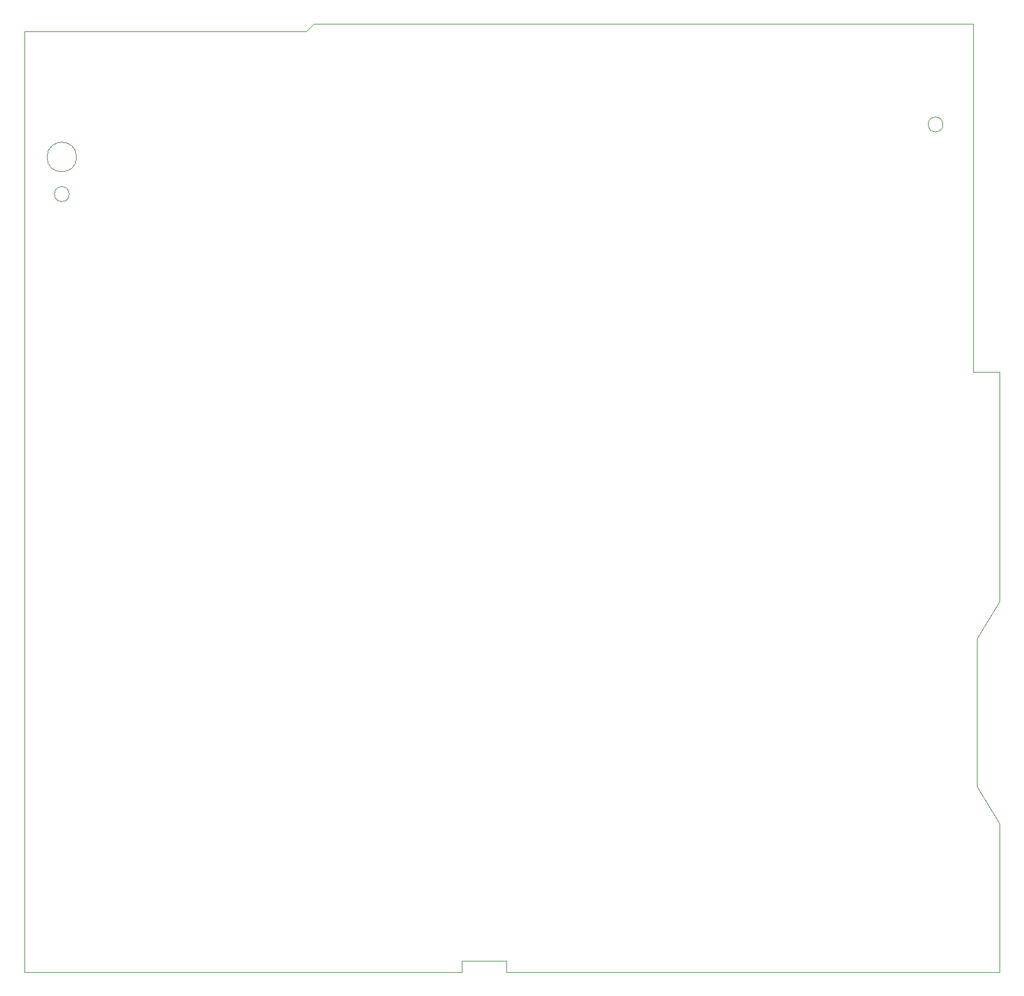
<source format=gbr>
%TF.GenerationSoftware,KiCad,Pcbnew,8.0.9-8.0.9-0~ubuntu24.04.1*%
%TF.CreationDate,2025-02-24T19:11:30+01:00*%
%TF.ProjectId,Main_PCB,4d61696e-5f50-4434-922e-6b696361645f,0.1*%
%TF.SameCoordinates,Original*%
%TF.FileFunction,Profile,NP*%
%FSLAX46Y46*%
G04 Gerber Fmt 4.6, Leading zero omitted, Abs format (unit mm)*
G04 Created by KiCad (PCBNEW 8.0.9-8.0.9-0~ubuntu24.04.1) date 2025-02-24 19:11:30*
%MOMM*%
%LPD*%
G01*
G04 APERTURE LIST*
%TA.AperFunction,Profile*%
%ADD10C,0.100000*%
%TD*%
G04 APERTURE END LIST*
D10*
X168900000Y-91600000D02*
G75*
G02*
X166900000Y-91600000I-1000000J0D01*
G01*
X166900000Y-91600000D02*
G75*
G02*
X168900000Y-91600000I1000000J0D01*
G01*
X52000000Y-96000000D02*
G75*
G02*
X48000000Y-96000000I-2000000J0D01*
G01*
X48000000Y-96000000D02*
G75*
G02*
X52000000Y-96000000I2000000J0D01*
G01*
X173500000Y-161000000D02*
X173500000Y-181000000D01*
X104000000Y-206000000D02*
X104000000Y-204500000D01*
X173500000Y-181000000D02*
X176500000Y-186000000D01*
X45000000Y-79000000D02*
X83000000Y-79000000D01*
X110000000Y-206000000D02*
X176500000Y-206000000D01*
X176500000Y-186000000D02*
X176500000Y-206000000D01*
X84000000Y-78000000D02*
X173000000Y-78000000D01*
X45000000Y-206000000D02*
X104000000Y-206000000D01*
X83000000Y-79000000D02*
X84000000Y-78000000D01*
X176500000Y-125000000D02*
X173000000Y-125000000D01*
X110000000Y-204500000D02*
X110000000Y-206000000D01*
X104000000Y-204500000D02*
X110000000Y-204500000D01*
X176500000Y-125000000D02*
X176500000Y-156000000D01*
X176500000Y-156000000D02*
X173500000Y-161000000D01*
X45000000Y-206000000D02*
X45000000Y-79000000D01*
X51000000Y-101000000D02*
G75*
G02*
X49000000Y-101000000I-1000000J0D01*
G01*
X49000000Y-101000000D02*
G75*
G02*
X51000000Y-101000000I1000000J0D01*
G01*
X173000000Y-78000000D02*
X173000000Y-125000000D01*
M02*

</source>
